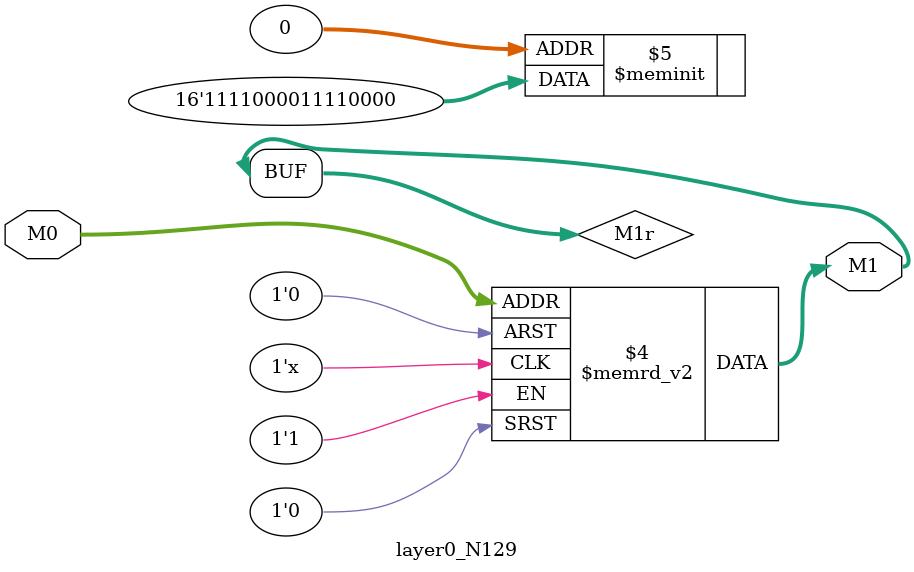
<source format=v>
module layer0_N129 ( input [2:0] M0, output [1:0] M1 );

	(*rom_style = "distributed" *) reg [1:0] M1r;
	assign M1 = M1r;
	always @ (M0) begin
		case (M0)
			3'b000: M1r = 2'b00;
			3'b100: M1r = 2'b00;
			3'b010: M1r = 2'b11;
			3'b110: M1r = 2'b11;
			3'b001: M1r = 2'b00;
			3'b101: M1r = 2'b00;
			3'b011: M1r = 2'b11;
			3'b111: M1r = 2'b11;

		endcase
	end
endmodule

</source>
